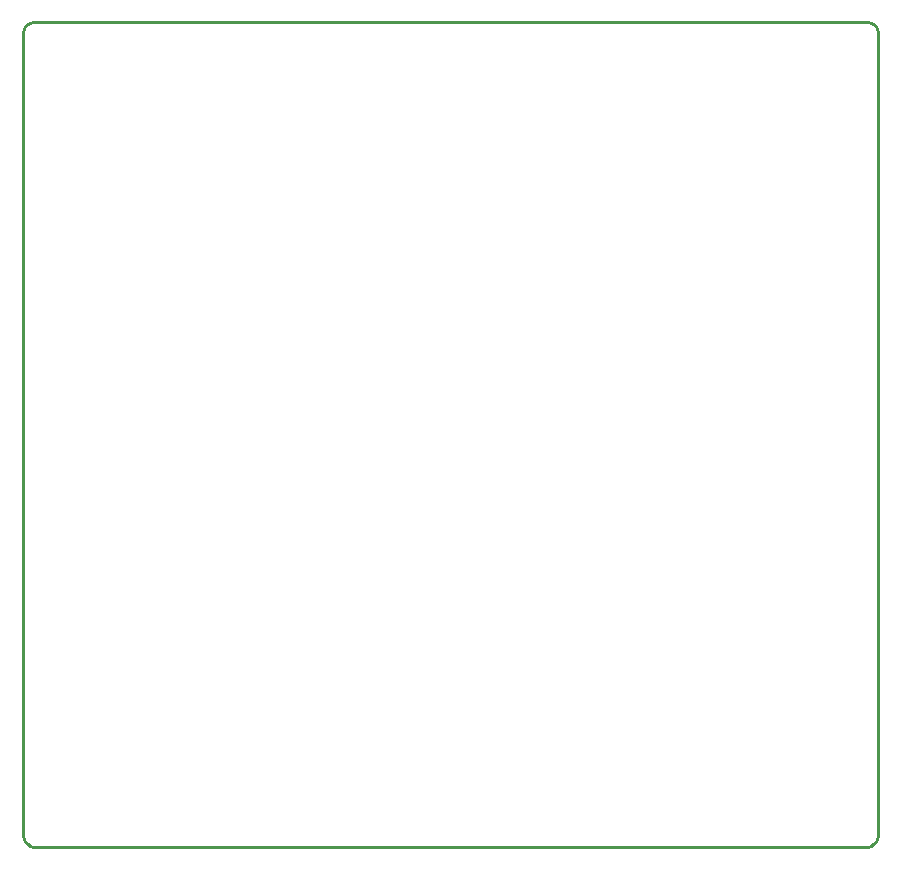
<source format=gko>
G04*
G04 #@! TF.GenerationSoftware,Altium Limited,Altium Designer,22.0.2 (36)*
G04*
G04 Layer_Color=16711935*
%FSLAX25Y25*%
%MOIN*%
G70*
G04*
G04 #@! TF.SameCoordinates,531B55E9-8988-4262-B8BE-2375E0DFDCCA*
G04*
G04*
G04 #@! TF.FilePolarity,Positive*
G04*
G01*
G75*
%ADD16C,0.01000*%
D16*
X-139Y4361D02*
X-133Y3316D01*
X141Y2308D01*
X665Y1404D01*
X1404Y665D01*
X2308Y141D01*
X3316Y-133D01*
X4361Y-139D01*
X280361Y-139D02*
X281406Y-133D01*
X282414Y141D01*
X283318Y665D01*
X284057Y1404D01*
X284581Y2308D01*
X284855Y3316D01*
X284861Y4361D01*
X284861Y270361D02*
X284855Y271406D01*
X284581Y272414D01*
X284057Y273318D01*
X283318Y274057D01*
X282414Y274581D01*
X281406Y274855D01*
X280361Y274861D01*
X4361Y274861D02*
X3316Y274855D01*
X2308Y274581D01*
X1404Y274057D01*
X665Y273318D01*
X141Y272414D01*
X-133Y271406D01*
X-139Y270361D01*
Y4361D02*
Y270361D01*
X4361Y-139D02*
X280361D01*
X284861Y4361D02*
Y270361D01*
X4361Y274861D02*
X280361D01*
M02*

</source>
